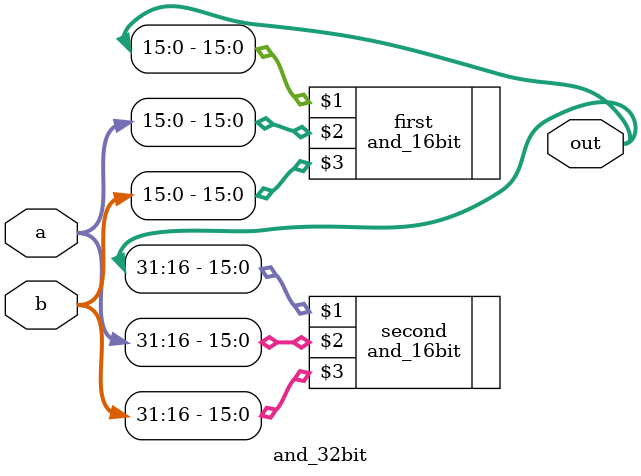
<source format=v>
module and_32bit(output [31:0] out , input [31:0] a , input [31:0] b);
	and_16bit first(out[15:0] , a[15:0] , b[15:0]);
	and_16bit second(out[31:16] , a[31:16] , b[31:16]);
endmodule 
</source>
